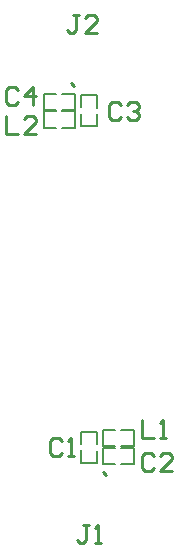
<source format=gto>
G04*
G04 #@! TF.GenerationSoftware,Altium Limited,Altium Designer,21.1.1 (26)*
G04*
G04 Layer_Color=65535*
%FSLAX25Y25*%
%MOIN*%
G70*
G04*
G04 #@! TF.SameCoordinates,A007A2E6-7F3F-4EDA-8956-8A6C2462A32F*
G04*
G04*
G04 #@! TF.FilePolarity,Positive*
G04*
G01*
G75*
%ADD10C,0.00591*%
%ADD11C,0.01000*%
D10*
X-2700Y-61302D02*
X-2700Y-57113D01*
X-2700Y-61302D02*
X2700Y-61302D01*
Y-57202D01*
Y-55092D02*
X2700Y-50902D01*
X-2700Y-50902D02*
X2700Y-50902D01*
X-2700Y-55002D02*
X-2700Y-50902D01*
X10853Y-61755D02*
X15043Y-61755D01*
X15043Y-56355D02*
X15043Y-61755D01*
X10943Y-56355D02*
X15043D01*
X4642Y-56355D02*
X8832Y-56355D01*
X4642Y-56355D02*
X4642Y-61755D01*
X8743Y-61755D01*
X-8832Y56355D02*
X-4642Y56355D01*
X-4642Y61755D02*
X-4642Y56355D01*
X-8743Y61755D02*
X-4642D01*
X-15043Y61755D02*
X-10853Y61755D01*
X-15043Y61755D02*
X-15043Y56355D01*
X-10943Y56355D01*
X10853Y-55850D02*
X15043Y-55850D01*
X15043Y-50450D02*
X15043Y-55850D01*
X10943Y-50450D02*
X15043D01*
X4642Y-50450D02*
X8832Y-50450D01*
X4642Y-50450D02*
X4642Y-55850D01*
X8743Y-55850D01*
X-15043Y55850D02*
X-10853D01*
X-15043Y50450D02*
Y55850D01*
Y50450D02*
X-10943D01*
X-8832D02*
X-4642Y50450D01*
X-4642Y55850D02*
X-4642Y50450D01*
X-8743Y55850D02*
X-4642D01*
X-2700Y50902D02*
X-2700Y55092D01*
X-2700Y50902D02*
X2700Y50902D01*
Y55002D01*
Y57113D02*
X2700Y61302D01*
X-2700Y61302D02*
X2700Y61302D01*
X-2700Y57202D02*
X-2700Y61302D01*
D11*
X4800Y-64266D02*
X5800Y-65466D01*
X-5800Y65466D02*
X-4800Y64266D01*
X-8858Y-54103D02*
X-9858Y-53103D01*
X-11857D01*
X-12857Y-54103D01*
Y-58102D01*
X-11857Y-59101D01*
X-9858D01*
X-8858Y-58102D01*
X-6859Y-59101D02*
X-4860D01*
X-5859D01*
Y-53103D01*
X-6859Y-54103D01*
X-1Y-82102D02*
X-2001D01*
X-1001D01*
Y-87100D01*
X-2001Y-88100D01*
X-3000D01*
X-4000Y-87100D01*
X1998Y-88100D02*
X3997D01*
X2998D01*
Y-82102D01*
X1998Y-83102D01*
X21638Y-59024D02*
X20639Y-58025D01*
X18639D01*
X17639Y-59024D01*
Y-63023D01*
X18639Y-64023D01*
X20639D01*
X21638Y-63023D01*
X27636Y-64023D02*
X23638D01*
X27636Y-60024D01*
Y-59024D01*
X26636Y-58025D01*
X24637D01*
X23638Y-59024D01*
X-23638Y63023D02*
X-24637Y64023D01*
X-26636D01*
X-27636Y63023D01*
Y59024D01*
X-26636Y58025D01*
X-24637D01*
X-23638Y59024D01*
X-18639Y58025D02*
Y64023D01*
X-21638Y61024D01*
X-17639D01*
X17655Y-47198D02*
Y-53196D01*
X21654D01*
X23653D02*
X25652D01*
X24653D01*
Y-47198D01*
X23653Y-48197D01*
X-27636Y54180D02*
Y48182D01*
X-23638D01*
X-17639D02*
X-21638D01*
X-17639Y52181D01*
Y53180D01*
X-18639Y54180D01*
X-20638D01*
X-21638Y53180D01*
X10811Y58102D02*
X9812Y59101D01*
X7812D01*
X6813Y58102D01*
Y54103D01*
X7812Y53103D01*
X9812D01*
X10811Y54103D01*
X12811Y58102D02*
X13810Y59101D01*
X15810D01*
X16809Y58102D01*
Y57102D01*
X15810Y56102D01*
X14810D01*
X15810D01*
X16809Y55103D01*
Y54103D01*
X15810Y53103D01*
X13810D01*
X12811Y54103D01*
X-3301Y88098D02*
X-5301D01*
X-4301D01*
Y83100D01*
X-5301Y82100D01*
X-6300D01*
X-7300Y83100D01*
X2697Y82100D02*
X-1302D01*
X2697Y86099D01*
Y87098D01*
X1697Y88098D01*
X-302D01*
X-1302Y87098D01*
M02*

</source>
